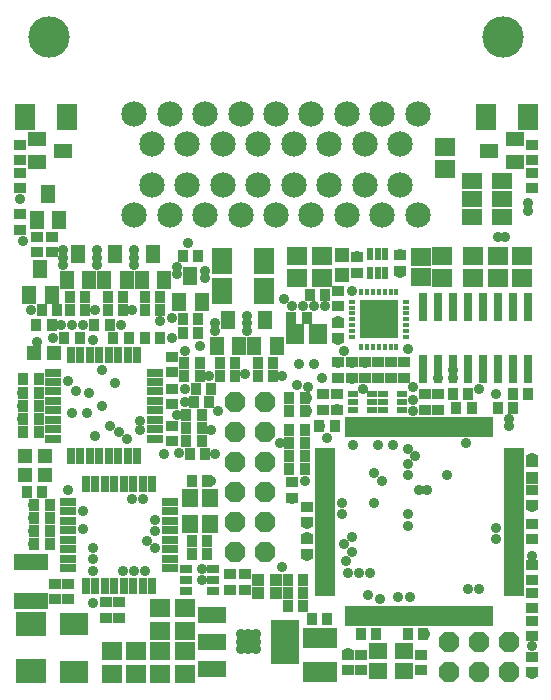
<source format=gts>
G04 EAGLE Gerber RS-274X export*
G75*
%MOMM*%
%FSLAX34Y34*%
%LPD*%
%INSoldermask Top*%
%IPPOS*%
%AMOC8*
5,1,8,0,0,1.08239X$1,22.5*%
G01*
%ADD10R,0.903200X1.103200*%
%ADD11R,1.103200X0.903200*%
%ADD12R,1.203200X1.303200*%
%ADD13R,1.473200X0.762000*%
%ADD14R,0.762000X1.473200*%
%ADD15R,2.363200X1.983200*%
%ADD16R,1.003200X1.003200*%
%ADD17R,3.003200X1.403200*%
%ADD18R,1.403200X1.603200*%
%ADD19R,1.703200X1.503200*%
%ADD20R,2.603200X2.003200*%
%ADD21R,1.203200X1.603200*%
%ADD22R,0.803200X2.403200*%
%ADD23R,1.703200X0.553200*%
%ADD24R,0.553200X1.703200*%
%ADD25R,1.603200X1.403200*%
%ADD26C,2.153200*%
%ADD27C,3.503200*%
%ADD28R,1.703200X2.303200*%
%ADD29R,1.603200X1.203200*%
%ADD30R,1.803400X1.371600*%
%ADD31R,0.300000X0.600000*%
%ADD32R,0.600000X0.300000*%
%ADD33R,3.300000X3.300000*%
%ADD34P,1.869504X8X22.500000*%
%ADD35R,1.503200X1.703200*%
%ADD36R,0.603200X1.003200*%
%ADD37R,0.903200X0.503200*%
%ADD38R,2.438400X1.422400*%
%ADD39R,2.403200X3.803200*%
%ADD40R,2.903200X1.803200*%
%ADD41P,1.869504X8X292.500000*%
%ADD42R,1.103200X0.803200*%
%ADD43C,0.914400*%


D10*
X23963Y238125D03*
X10963Y238125D03*
D11*
X136525Y220813D03*
X136525Y207813D03*
D10*
X84288Y306388D03*
X71288Y306388D03*
X27138Y165100D03*
X14138Y165100D03*
X127150Y295275D03*
X114150Y295275D03*
D12*
X29138Y195263D03*
X12138Y195263D03*
X37075Y282575D03*
X20075Y282575D03*
D10*
X10963Y249238D03*
X23963Y249238D03*
D12*
X29138Y179388D03*
X12138Y179388D03*
D10*
X100163Y295275D03*
X87163Y295275D03*
D11*
X136525Y279550D03*
X136525Y266550D03*
X136525Y252563D03*
X136525Y239563D03*
D10*
X23963Y260350D03*
X10963Y260350D03*
D11*
X22225Y381150D03*
X22225Y368150D03*
X7938Y400200D03*
X7938Y387200D03*
X34925Y368150D03*
X34925Y381150D03*
D13*
X36449Y266125D03*
X36449Y258125D03*
X36449Y250125D03*
X36449Y242125D03*
X36449Y234125D03*
X36449Y226125D03*
X36449Y218125D03*
X36449Y210125D03*
D14*
X51375Y195199D03*
X59375Y195199D03*
X67375Y195199D03*
X75375Y195199D03*
X83375Y195199D03*
X91375Y195199D03*
X99375Y195199D03*
X107375Y195199D03*
D13*
X122301Y210125D03*
X122301Y218125D03*
X122301Y226125D03*
X122301Y234125D03*
X122301Y242125D03*
X122301Y250125D03*
X122301Y258125D03*
X122301Y266125D03*
D14*
X107375Y281051D03*
X99375Y281051D03*
X91375Y281051D03*
X83375Y281051D03*
X75375Y281051D03*
X67375Y281051D03*
X59375Y281051D03*
X51375Y281051D03*
D10*
X166838Y174625D03*
X153838Y174625D03*
X153838Y123825D03*
X166838Y123825D03*
X153838Y112713D03*
X166838Y112713D03*
X10963Y215900D03*
X23963Y215900D03*
X20488Y142875D03*
X33488Y142875D03*
X20488Y120650D03*
X33488Y120650D03*
X33488Y131763D03*
X20488Y131763D03*
X296713Y44450D03*
X309713Y44450D03*
D15*
X53975Y53638D03*
X53975Y12938D03*
D11*
X441325Y166838D03*
X441325Y153838D03*
D16*
X441325Y176650D03*
X441325Y191650D03*
D17*
X17463Y105400D03*
X17463Y72400D03*
D10*
X45888Y295275D03*
X58888Y295275D03*
X20488Y153988D03*
X33488Y153988D03*
D18*
X151838Y160225D03*
X151838Y138225D03*
X168838Y138225D03*
X168838Y160225D03*
D19*
X85725Y30138D03*
X85725Y11138D03*
X147638Y47650D03*
X147638Y66650D03*
D20*
X17463Y13088D03*
X17463Y53588D03*
D21*
X31750Y417400D03*
X41250Y395400D03*
X22250Y395400D03*
D10*
X162075Y207963D03*
X149075Y207963D03*
X249388Y217488D03*
X236388Y217488D03*
X170013Y252413D03*
X157013Y252413D03*
X236388Y184150D03*
X249388Y184150D03*
X236388Y195263D03*
X249388Y195263D03*
X249388Y244475D03*
X236388Y244475D03*
X162075Y219075D03*
X149075Y219075D03*
D11*
X238125Y160188D03*
X238125Y173188D03*
D10*
X155425Y241300D03*
X168425Y241300D03*
X236388Y206375D03*
X249388Y206375D03*
X152250Y196850D03*
X165250Y196850D03*
X162075Y230188D03*
X149075Y230188D03*
X249388Y233363D03*
X236388Y233363D03*
D11*
X49213Y74463D03*
X49213Y87463D03*
X38100Y87463D03*
X38100Y74463D03*
X322263Y261788D03*
X322263Y274788D03*
X311150Y261788D03*
X311150Y274788D03*
X333375Y274788D03*
X333375Y261788D03*
D10*
X377675Y236538D03*
X390675Y236538D03*
D11*
X441325Y138263D03*
X441325Y125263D03*
X296863Y27138D03*
X296863Y14138D03*
X347663Y14138D03*
X347663Y27138D03*
D10*
X145900Y365125D03*
X158900Y365125D03*
D19*
X433388Y346100D03*
X433388Y365100D03*
D10*
X425600Y236538D03*
X412600Y236538D03*
X425300Y247650D03*
X438300Y247650D03*
D22*
X412750Y269275D03*
X412750Y321275D03*
X400050Y269275D03*
X425450Y269275D03*
X438150Y269275D03*
X400050Y321275D03*
X425450Y321275D03*
X438150Y321275D03*
D10*
X253850Y331788D03*
X266850Y331788D03*
D19*
X263525Y346100D03*
X263525Y365100D03*
X242888Y346100D03*
X242888Y365100D03*
D11*
X330200Y352275D03*
X330200Y365275D03*
D19*
X347663Y347100D03*
X347663Y364100D03*
X365125Y346100D03*
X365125Y365100D03*
D10*
X147488Y263525D03*
X160488Y263525D03*
D11*
X361950Y234800D03*
X361950Y247800D03*
D10*
X374500Y247650D03*
X387500Y247650D03*
D22*
X361950Y269275D03*
X361950Y321275D03*
X349250Y269275D03*
X374650Y269275D03*
X387350Y269275D03*
X349250Y321275D03*
X374650Y321275D03*
X387350Y321275D03*
D19*
X392113Y346100D03*
X392113Y365100D03*
D10*
X147488Y274638D03*
X160488Y274638D03*
D11*
X277813Y335113D03*
X277813Y322113D03*
D12*
X280988Y365688D03*
X280988Y348688D03*
D11*
X293688Y363688D03*
X293688Y350688D03*
D23*
X266075Y199700D03*
X266075Y194700D03*
X266075Y189700D03*
X266075Y184700D03*
X266075Y179700D03*
X266075Y174700D03*
X266075Y169700D03*
X266075Y164700D03*
X266075Y159700D03*
X266075Y154700D03*
X266075Y149700D03*
X266075Y144700D03*
X266075Y139700D03*
X266075Y134700D03*
X266075Y129700D03*
X266075Y124700D03*
X266075Y119700D03*
X266075Y114700D03*
X266075Y109700D03*
X266075Y104700D03*
X266075Y99700D03*
X266075Y94700D03*
X266075Y89700D03*
X266075Y84700D03*
X266075Y79700D03*
D24*
X286075Y59700D03*
X291075Y59700D03*
X296075Y59700D03*
X301075Y59700D03*
X306075Y59700D03*
X311075Y59700D03*
X316075Y59700D03*
X321075Y59700D03*
X326075Y59700D03*
X331075Y59700D03*
X336075Y59700D03*
X341075Y59700D03*
X346075Y59700D03*
X351075Y59700D03*
X356075Y59700D03*
X361075Y59700D03*
X366075Y59700D03*
X371075Y59700D03*
X376075Y59700D03*
X381075Y59700D03*
X386075Y59700D03*
X391075Y59700D03*
X396075Y59700D03*
X401075Y59700D03*
X406075Y59700D03*
D23*
X426075Y79700D03*
X426075Y84700D03*
X426075Y89700D03*
X426075Y94700D03*
X426075Y99700D03*
X426075Y104700D03*
X426075Y109700D03*
X426075Y114700D03*
X426075Y119700D03*
X426075Y124700D03*
X426075Y129700D03*
X426075Y134700D03*
X426075Y139700D03*
X426075Y144700D03*
X426075Y149700D03*
X426075Y154700D03*
X426075Y159700D03*
X426075Y164700D03*
X426075Y169700D03*
X426075Y174700D03*
X426075Y179700D03*
X426075Y184700D03*
X426075Y189700D03*
X426075Y194700D03*
X426075Y199700D03*
D24*
X406075Y219700D03*
X401075Y219700D03*
X396075Y219700D03*
X391075Y219700D03*
X386075Y219700D03*
X381075Y219700D03*
X376075Y219700D03*
X371075Y219700D03*
X366075Y219700D03*
X361075Y219700D03*
X356075Y219700D03*
X351075Y219700D03*
X346075Y219700D03*
X341075Y219700D03*
X336075Y219700D03*
X331075Y219700D03*
X326075Y219700D03*
X321075Y219700D03*
X316075Y219700D03*
X311075Y219700D03*
X306075Y219700D03*
X301075Y219700D03*
X296075Y219700D03*
X291075Y219700D03*
X286075Y219700D03*
D11*
X276225Y247800D03*
X276225Y234800D03*
D10*
X261788Y220663D03*
X274788Y220663D03*
D11*
X350838Y247800D03*
X350838Y234800D03*
D25*
X333263Y30725D03*
X311263Y30725D03*
X311263Y13725D03*
X333263Y13725D03*
D11*
X250825Y125563D03*
X250825Y112563D03*
D10*
X22075Y306388D03*
X35075Y306388D03*
X39838Y319088D03*
X26838Y319088D03*
D21*
X25400Y353900D03*
X34900Y331900D03*
X15900Y331900D03*
D10*
X50650Y319088D03*
X63650Y319088D03*
X63650Y330200D03*
X50650Y330200D03*
D21*
X57150Y366600D03*
X66650Y344600D03*
X47650Y344600D03*
D10*
X177650Y263525D03*
X190650Y263525D03*
X190650Y274638D03*
X177650Y274638D03*
D21*
X184150Y311038D03*
X193650Y289038D03*
X174650Y289038D03*
D10*
X209400Y263525D03*
X222400Y263525D03*
X222400Y274638D03*
X209400Y274638D03*
D21*
X215900Y311038D03*
X225400Y289038D03*
X206400Y289038D03*
D10*
X145900Y300038D03*
X158900Y300038D03*
X158900Y311150D03*
X145900Y311150D03*
D21*
X152400Y347550D03*
X161900Y325550D03*
X142900Y325550D03*
D10*
X82400Y319088D03*
X95400Y319088D03*
X95400Y330200D03*
X82400Y330200D03*
D21*
X88900Y366600D03*
X98400Y344600D03*
X79400Y344600D03*
D10*
X114150Y319088D03*
X127150Y319088D03*
X127150Y330200D03*
X114150Y330200D03*
D21*
X120650Y366600D03*
X130150Y344600D03*
X111150Y344600D03*
D26*
X345000Y484925D03*
X315000Y484925D03*
X285000Y484925D03*
X255000Y484925D03*
X225000Y484925D03*
X195000Y484925D03*
X165000Y484925D03*
X135000Y484925D03*
X105000Y484925D03*
X330000Y459925D03*
X300000Y459925D03*
X270000Y459925D03*
X240000Y459925D03*
X210000Y459925D03*
X180000Y459925D03*
X150000Y459925D03*
X120000Y459925D03*
X330000Y424925D03*
X300000Y424925D03*
X270000Y424925D03*
X240000Y424925D03*
X210000Y424925D03*
X180000Y424925D03*
X150000Y424925D03*
X120000Y424925D03*
X345000Y399925D03*
X315000Y399925D03*
X285000Y399925D03*
X255000Y399925D03*
X225000Y399925D03*
X195000Y399925D03*
X165000Y399925D03*
X135000Y399925D03*
X105000Y399925D03*
D27*
X417500Y549925D03*
X32500Y549925D03*
D28*
X214850Y360363D03*
X178850Y360363D03*
X214850Y334963D03*
X178850Y334963D03*
D11*
X300038Y274788D03*
X300038Y261788D03*
X288925Y274788D03*
X288925Y261788D03*
D10*
X336400Y44450D03*
X349400Y44450D03*
D11*
X7938Y435125D03*
X7938Y422125D03*
X7938Y445938D03*
X7938Y458938D03*
D29*
X44338Y454025D03*
X22338Y444525D03*
X22338Y463525D03*
D28*
X48163Y482600D03*
X12163Y482600D03*
D11*
X441325Y435125D03*
X441325Y422125D03*
X441325Y458938D03*
X441325Y445938D03*
D29*
X404925Y454025D03*
X426925Y463525D03*
X426925Y444525D03*
D28*
X402688Y482600D03*
X438688Y482600D03*
D10*
X234800Y79375D03*
X247800Y79375D03*
D16*
X224988Y79375D03*
X209988Y79375D03*
D10*
X234800Y90488D03*
X247800Y90488D03*
D16*
X224988Y90488D03*
X209988Y90488D03*
D11*
X441325Y79525D03*
X441325Y66525D03*
X441325Y42713D03*
X441325Y55713D03*
X441325Y103338D03*
X441325Y90338D03*
D10*
X250975Y312738D03*
X237975Y312738D03*
D19*
X412750Y365100D03*
X412750Y346100D03*
D30*
X390717Y397513D03*
X390717Y412753D03*
X390717Y427993D03*
D31*
X326944Y334150D03*
X321944Y334150D03*
X316944Y334150D03*
X311944Y334150D03*
X306944Y334150D03*
X301944Y334150D03*
X296944Y334150D03*
D32*
X288944Y326150D03*
X288944Y321150D03*
X288944Y316150D03*
X288944Y311150D03*
X288944Y306150D03*
X288944Y301150D03*
X288944Y296150D03*
D31*
X296944Y288150D03*
X301944Y288150D03*
X306944Y288150D03*
X311944Y288150D03*
X316944Y288150D03*
X321944Y288150D03*
X326944Y288150D03*
D32*
X334944Y296150D03*
X334944Y301150D03*
X334944Y306150D03*
X334944Y311150D03*
X334944Y316150D03*
X334944Y321150D03*
X334944Y326150D03*
D33*
X311944Y311150D03*
D13*
X135001Y100588D03*
X135001Y108588D03*
X135001Y116588D03*
X135001Y124588D03*
X135001Y132588D03*
X135001Y140588D03*
X135001Y148588D03*
X135001Y156588D03*
D14*
X120075Y171514D03*
X112075Y171514D03*
X104075Y171514D03*
X96075Y171514D03*
X88075Y171514D03*
X80075Y171514D03*
X72075Y171514D03*
X64075Y171514D03*
D13*
X49149Y156588D03*
X49149Y148588D03*
X49149Y140588D03*
X49149Y132588D03*
X49149Y124588D03*
X49149Y116588D03*
X49149Y108588D03*
X49149Y100588D03*
D14*
X64075Y85662D03*
X72075Y85662D03*
X80075Y85662D03*
X88075Y85662D03*
X96075Y85662D03*
X104075Y85662D03*
X112075Y85662D03*
X120075Y85662D03*
D34*
X371475Y12700D03*
X371475Y38100D03*
X396875Y12700D03*
X396875Y38100D03*
X422275Y12700D03*
X422275Y38100D03*
D10*
X10963Y227013D03*
X23963Y227013D03*
D35*
X260325Y298450D03*
X241325Y298450D03*
D36*
X304650Y350775D03*
X311150Y350775D03*
X317650Y350775D03*
X317650Y366775D03*
X311150Y366775D03*
X304650Y366775D03*
D11*
X277813Y295125D03*
X277813Y308125D03*
X277813Y274788D03*
X277813Y261788D03*
X285750Y27138D03*
X285750Y14138D03*
X441325Y12550D03*
X441325Y25550D03*
D30*
X415925Y427990D03*
X415925Y412750D03*
X415925Y397510D03*
D19*
X368300Y438175D03*
X368300Y457175D03*
D37*
X331850Y234800D03*
X331850Y241300D03*
X331850Y247800D03*
X315850Y247800D03*
X315850Y241300D03*
X315850Y234800D03*
X290450Y247800D03*
X290450Y241300D03*
X290450Y234800D03*
X306450Y234800D03*
X306450Y241300D03*
X306450Y247800D03*
D38*
X170625Y61214D03*
X170625Y38100D03*
X170625Y14986D03*
D39*
X232603Y38100D03*
D19*
X106363Y30138D03*
X106363Y11138D03*
D40*
X261938Y12988D03*
X261938Y40988D03*
D11*
X265113Y247800D03*
X265113Y234800D03*
X250825Y139550D03*
X250825Y152550D03*
D10*
X268438Y57150D03*
X255438Y57150D03*
D19*
X127000Y47650D03*
X127000Y66650D03*
D41*
X190500Y241300D03*
X215900Y241300D03*
X190500Y215900D03*
X215900Y215900D03*
X190500Y190500D03*
X215900Y190500D03*
X190500Y165100D03*
X215900Y165100D03*
X190500Y139700D03*
X215900Y139700D03*
X190500Y114300D03*
X215900Y114300D03*
D19*
X127000Y30138D03*
X127000Y11138D03*
X147638Y30138D03*
X147638Y11138D03*
D42*
X171838Y80988D03*
X171838Y90488D03*
X171838Y99988D03*
X148838Y99988D03*
X148838Y90488D03*
X148838Y80988D03*
D11*
X185738Y82400D03*
X185738Y95400D03*
X92075Y58588D03*
X92075Y71588D03*
X80963Y71588D03*
X80963Y58588D03*
X198438Y82400D03*
X198438Y95400D03*
D10*
X247800Y68263D03*
X234800Y68263D03*
D43*
X77788Y268288D03*
X93663Y306388D03*
X142875Y198438D03*
X169863Y174625D03*
X58738Y17463D03*
X58738Y9525D03*
X49213Y9525D03*
X36513Y295275D03*
X41275Y392113D03*
X136525Y295275D03*
X9525Y249238D03*
X19050Y131763D03*
X19050Y120650D03*
X19050Y142875D03*
X19050Y153988D03*
X17463Y106363D03*
X11113Y106363D03*
X23813Y106363D03*
X38100Y74613D03*
X153988Y123825D03*
X296863Y44450D03*
X234950Y41275D03*
X307181Y315913D03*
X316706Y306388D03*
X200025Y301625D03*
X173038Y301625D03*
X104775Y357188D03*
X73025Y357188D03*
X44450Y363538D03*
X341313Y242888D03*
X290513Y204788D03*
X276225Y247650D03*
X374650Y268288D03*
X374650Y261938D03*
X44450Y357188D03*
X73025Y363538D03*
X104775Y363538D03*
X141288Y349250D03*
X173038Y307975D03*
X311150Y261938D03*
X441325Y152400D03*
X309563Y30163D03*
X334963Y14288D03*
X228600Y41275D03*
X228600Y34925D03*
X49213Y17463D03*
X238125Y158750D03*
X330200Y366713D03*
X165100Y346075D03*
X228600Y206375D03*
X411163Y134938D03*
X169863Y217488D03*
X147638Y241300D03*
X147638Y252413D03*
X41275Y398463D03*
X141288Y355600D03*
X165100Y352425D03*
X73025Y369888D03*
X104775Y369888D03*
X200025Y307975D03*
X200025Y314325D03*
X441325Y34925D03*
X387350Y82550D03*
X247650Y90488D03*
X247650Y79375D03*
X423863Y463550D03*
X430213Y463550D03*
X19050Y444500D03*
X25400Y444500D03*
X44450Y369888D03*
X412750Y381000D03*
X419100Y381000D03*
X280988Y146050D03*
X316706Y315913D03*
X307181Y306388D03*
X422275Y227013D03*
X422275Y220663D03*
X441325Y111125D03*
X166688Y112713D03*
X9525Y238125D03*
X9525Y227013D03*
X238125Y322263D03*
X257175Y273050D03*
X122238Y131763D03*
X122238Y117475D03*
X61913Y133350D03*
X234950Y47625D03*
X228600Y47625D03*
X234950Y34925D03*
X163513Y38100D03*
X169863Y38100D03*
X176213Y38100D03*
X103188Y31750D03*
X109538Y31750D03*
X293688Y365125D03*
X261938Y220663D03*
X250825Y138113D03*
X250825Y244475D03*
X228600Y28575D03*
X234950Y28575D03*
X255588Y57150D03*
X312738Y74613D03*
X123825Y31750D03*
X130175Y31750D03*
X144463Y31750D03*
X150813Y31750D03*
X123825Y47625D03*
X130175Y47625D03*
X144463Y47625D03*
X150813Y47625D03*
X161925Y90488D03*
X109538Y225425D03*
X52388Y231775D03*
X109538Y217488D03*
X298450Y252413D03*
X276225Y234950D03*
X201613Y31750D03*
X195263Y38100D03*
X195263Y31750D03*
X201613Y38100D03*
X207963Y38100D03*
X147638Y284163D03*
X250825Y233363D03*
X411163Y125413D03*
X441325Y193675D03*
X385763Y206375D03*
X396875Y82550D03*
X250825Y127000D03*
X309563Y44450D03*
X176213Y233363D03*
X136525Y312738D03*
X280988Y155575D03*
X350838Y44450D03*
X247650Y322263D03*
X231775Y328613D03*
X277813Y274638D03*
X285750Y28575D03*
X441325Y11113D03*
X387350Y396875D03*
X393700Y396875D03*
X195263Y44450D03*
X201613Y44450D03*
X207963Y44450D03*
X207963Y31750D03*
X122238Y141288D03*
X115888Y123825D03*
X92075Y58738D03*
X80963Y58738D03*
X161925Y100013D03*
X69850Y293688D03*
X69850Y71438D03*
X66675Y249238D03*
X52388Y306388D03*
X61913Y306388D03*
X49213Y258763D03*
X22225Y292100D03*
X95250Y98425D03*
X71438Y212725D03*
X303213Y77788D03*
X341313Y233363D03*
X11113Y377825D03*
X65088Y231775D03*
X55563Y250825D03*
X77788Y238125D03*
X17463Y319088D03*
X98425Y209550D03*
X92075Y215900D03*
X130175Y196850D03*
X84138Y220663D03*
X49213Y166688D03*
X88900Y257175D03*
X69850Y117475D03*
X69850Y98425D03*
X328613Y76200D03*
X336550Y285750D03*
X336550Y188913D03*
X341313Y254000D03*
X342900Y195263D03*
X230188Y101600D03*
X311150Y204788D03*
X141288Y230188D03*
X242888Y255588D03*
X69850Y107950D03*
X336550Y201613D03*
X173038Y196850D03*
X323850Y204788D03*
X304800Y96838D03*
X250825Y111125D03*
X249238Y174625D03*
X252413Y254000D03*
X168275Y263525D03*
X282575Y284163D03*
X263525Y261938D03*
X268288Y211138D03*
X42863Y306388D03*
X288925Y127000D03*
X71438Y319088D03*
X282575Y120650D03*
X25400Y357188D03*
X25400Y350838D03*
X438150Y403225D03*
X438150Y409575D03*
X257175Y322263D03*
X266700Y322263D03*
X288925Y334963D03*
X330200Y350838D03*
X361950Y261938D03*
X396875Y252413D03*
X160338Y288925D03*
X285750Y96838D03*
X230188Y263525D03*
X295275Y96838D03*
X198438Y265113D03*
X307975Y155575D03*
X103188Y319088D03*
X288925Y114300D03*
X127000Y309563D03*
X284163Y106363D03*
X277813Y293688D03*
X288925Y274638D03*
X300038Y274638D03*
X314325Y174625D03*
X244475Y273050D03*
X288925Y260350D03*
X307975Y180975D03*
X150813Y376238D03*
X338138Y76200D03*
X7938Y412750D03*
X369888Y179388D03*
X336550Y179388D03*
X112713Y158750D03*
X209550Y79375D03*
X103188Y158750D03*
X209550Y90488D03*
X23813Y49213D03*
X17463Y49213D03*
X11113Y49213D03*
X11113Y57150D03*
X17463Y57150D03*
X23813Y57150D03*
X179388Y334963D03*
X277813Y309563D03*
X387350Y428625D03*
X393700Y428625D03*
X411163Y247650D03*
X336550Y136525D03*
X336550Y146050D03*
X412750Y412750D03*
X419100Y412750D03*
X61913Y149225D03*
X274638Y220663D03*
X346075Y166688D03*
X255588Y41275D03*
X261938Y41275D03*
X268288Y41275D03*
X352425Y166688D03*
X104775Y98425D03*
X114300Y98425D03*
M02*

</source>
